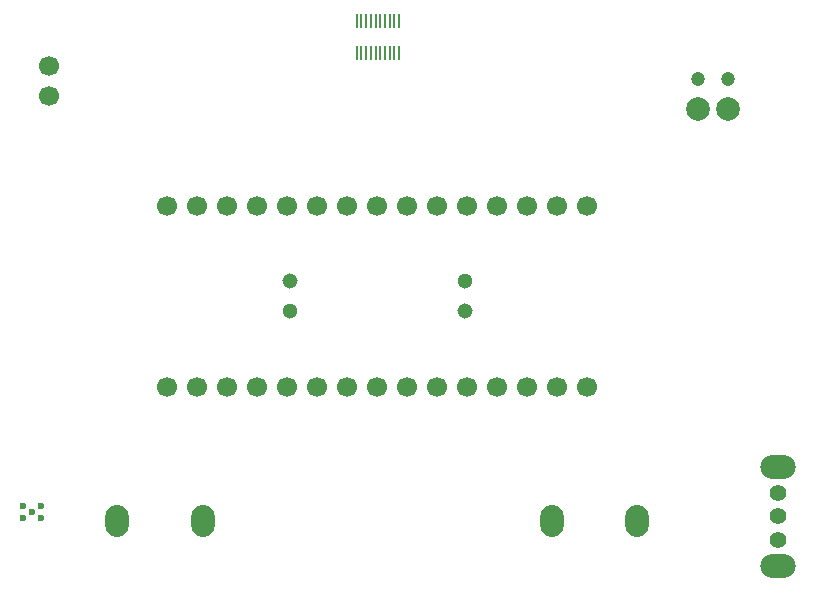
<source format=gts>
G04*
G04 #@! TF.GenerationSoftware,Altium Limited,Altium Designer,20.1.14 (287)*
G04*
G04 Layer_Color=16738047*
%FSLAX44Y44*%
%MOMM*%
G71*
G04*
G04 #@! TF.SameCoordinates,68B961FB-D7BC-4543-97B4-895A999656FA*
G04*
G04*
G04 #@! TF.FilePolarity,Negative*
G04*
G01*
G75*
%ADD15R,0.2000X1.1900*%
G04:AMPARAMS|DCode=16|XSize=2mm|YSize=2.7mm|CornerRadius=1mm|HoleSize=0mm|Usage=FLASHONLY|Rotation=0.000|XOffset=0mm|YOffset=0mm|HoleType=Round|Shape=RoundedRectangle|*
%AMROUNDEDRECTD16*
21,1,2.0000,0.7000,0,0,0.0*
21,1,0.0000,2.7000,0,0,0.0*
1,1,2.0000,0.0000,-0.3500*
1,1,2.0000,0.0000,-0.3500*
1,1,2.0000,0.0000,0.3500*
1,1,2.0000,0.0000,0.3500*
%
%ADD16ROUNDEDRECTD16*%
G04:AMPARAMS|DCode=17|XSize=1.4mm|YSize=1.4mm|CornerRadius=0.7mm|HoleSize=0mm|Usage=FLASHONLY|Rotation=270.000|XOffset=0mm|YOffset=0mm|HoleType=Round|Shape=RoundedRectangle|*
%AMROUNDEDRECTD17*
21,1,1.4000,0.0000,0,0,270.0*
21,1,0.0000,1.4000,0,0,270.0*
1,1,1.4000,0.0000,0.0000*
1,1,1.4000,0.0000,0.0000*
1,1,1.4000,0.0000,0.0000*
1,1,1.4000,0.0000,0.0000*
%
%ADD17ROUNDEDRECTD17*%
G04:AMPARAMS|DCode=18|XSize=2mm|YSize=3mm|CornerRadius=1mm|HoleSize=0mm|Usage=FLASHONLY|Rotation=270.000|XOffset=0mm|YOffset=0mm|HoleType=Round|Shape=RoundedRectangle|*
%AMROUNDEDRECTD18*
21,1,2.0000,1.0000,0,0,270.0*
21,1,0.0000,3.0000,0,0,270.0*
1,1,2.0000,-0.5000,0.0000*
1,1,2.0000,-0.5000,0.0000*
1,1,2.0000,0.5000,0.0000*
1,1,2.0000,0.5000,0.0000*
%
%ADD18ROUNDEDRECTD18*%
%ADD19C,1.7000*%
G04:AMPARAMS|DCode=20|XSize=1.7mm|YSize=1.7mm|CornerRadius=0.85mm|HoleSize=0mm|Usage=FLASHONLY|Rotation=90.000|XOffset=0mm|YOffset=0mm|HoleType=Round|Shape=RoundedRectangle|*
%AMROUNDEDRECTD20*
21,1,1.7000,0.0000,0,0,90.0*
21,1,0.0000,1.7000,0,0,90.0*
1,1,1.7000,0.0000,0.0000*
1,1,1.7000,0.0000,0.0000*
1,1,1.7000,0.0000,0.0000*
1,1,1.7000,0.0000,0.0000*
%
%ADD20ROUNDEDRECTD20*%
%ADD21C,1.2000*%
%ADD22C,2.0000*%
%ADD23C,0.6000*%
G04:AMPARAMS|DCode=24|XSize=1.7mm|YSize=1.7mm|CornerRadius=0.85mm|HoleSize=0mm|Usage=FLASHONLY|Rotation=180.000|XOffset=0mm|YOffset=0mm|HoleType=Round|Shape=RoundedRectangle|*
%AMROUNDEDRECTD24*
21,1,1.7000,0.0000,0,0,180.0*
21,1,0.0000,1.7000,0,0,180.0*
1,1,1.7000,0.0000,0.0000*
1,1,1.7000,0.0000,0.0000*
1,1,1.7000,0.0000,0.0000*
1,1,1.7000,0.0000,0.0000*
%
%ADD24ROUNDEDRECTD24*%
G04:AMPARAMS|DCode=25|XSize=1.3mm|YSize=1.3mm|CornerRadius=0.65mm|HoleSize=0mm|Usage=FLASHONLY|Rotation=270.000|XOffset=0mm|YOffset=0mm|HoleType=Round|Shape=RoundedRectangle|*
%AMROUNDEDRECTD25*
21,1,1.3000,0.0000,0,0,270.0*
21,1,0.0000,1.3000,0,0,270.0*
1,1,1.3000,0.0000,0.0000*
1,1,1.3000,0.0000,0.0000*
1,1,1.3000,0.0000,0.0000*
1,1,1.3000,0.0000,0.0000*
%
%ADD25ROUNDEDRECTD25*%
%ADD26C,1.3000*%
D15*
X393536Y483370D02*
D03*
X389536D02*
D03*
X385536D02*
D03*
X381536D02*
D03*
X377536D02*
D03*
X373536D02*
D03*
X369536D02*
D03*
X365536D02*
D03*
X361536D02*
D03*
X393536Y456570D02*
D03*
X389536D02*
D03*
X385536D02*
D03*
X381536D02*
D03*
X377536D02*
D03*
X373536D02*
D03*
X369536D02*
D03*
X365536D02*
D03*
X361536D02*
D03*
X357536Y483370D02*
D03*
Y456570D02*
D03*
D16*
X227536Y59971D02*
D03*
X155036D02*
D03*
X595036D02*
D03*
X522536D02*
D03*
D17*
X714036Y43971D02*
D03*
Y63971D02*
D03*
Y83971D02*
D03*
D18*
Y21971D02*
D03*
Y105971D02*
D03*
D19*
X197236Y173171D02*
D03*
X552836Y326871D02*
D03*
X97036Y419971D02*
D03*
D20*
X222636Y173171D02*
D03*
X248036D02*
D03*
X273436D02*
D03*
X298836D02*
D03*
X324236D02*
D03*
X349636D02*
D03*
X375036D02*
D03*
X400436D02*
D03*
X425836D02*
D03*
X451236D02*
D03*
X476636D02*
D03*
X502036D02*
D03*
X527436D02*
D03*
X552836D02*
D03*
X197236Y326871D02*
D03*
X222636D02*
D03*
X248036D02*
D03*
X273436D02*
D03*
X298836D02*
D03*
X324236D02*
D03*
X349636D02*
D03*
X375036D02*
D03*
X400436D02*
D03*
X425836D02*
D03*
X451236D02*
D03*
X476636D02*
D03*
X502036D02*
D03*
X527436D02*
D03*
D21*
X646636Y434371D02*
D03*
X672036D02*
D03*
D22*
X646636Y408971D02*
D03*
X672036D02*
D03*
D23*
X90000Y73000D02*
D03*
X75000D02*
D03*
Y63000D02*
D03*
X82500Y68000D02*
D03*
X90000Y63000D02*
D03*
D24*
X97036Y445371D02*
D03*
D25*
X449036Y237971D02*
D03*
X301036Y262971D02*
D03*
D26*
X449036D02*
D03*
X301036Y237971D02*
D03*
M02*

</source>
